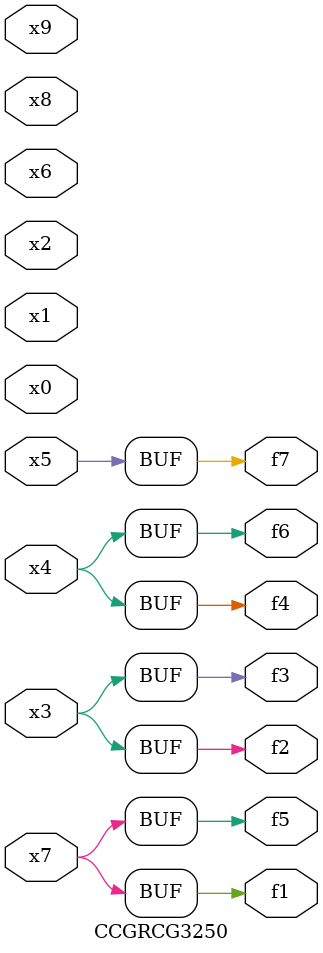
<source format=v>
module CCGRCG3250(
	input x0, x1, x2, x3, x4, x5, x6, x7, x8, x9,
	output f1, f2, f3, f4, f5, f6, f7
);
	assign f1 = x7;
	assign f2 = x3;
	assign f3 = x3;
	assign f4 = x4;
	assign f5 = x7;
	assign f6 = x4;
	assign f7 = x5;
endmodule

</source>
